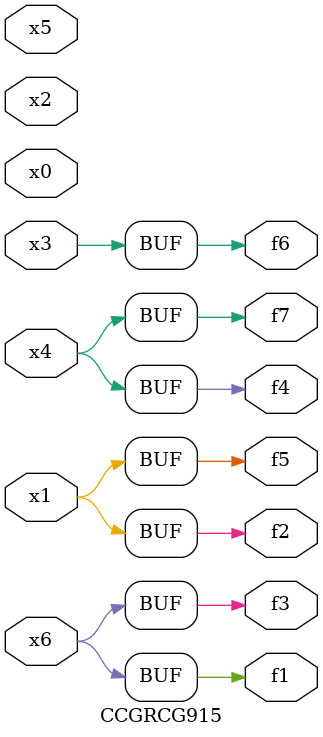
<source format=v>
module CCGRCG915(
	input x0, x1, x2, x3, x4, x5, x6,
	output f1, f2, f3, f4, f5, f6, f7
);
	assign f1 = x6;
	assign f2 = x1;
	assign f3 = x6;
	assign f4 = x4;
	assign f5 = x1;
	assign f6 = x3;
	assign f7 = x4;
endmodule

</source>
